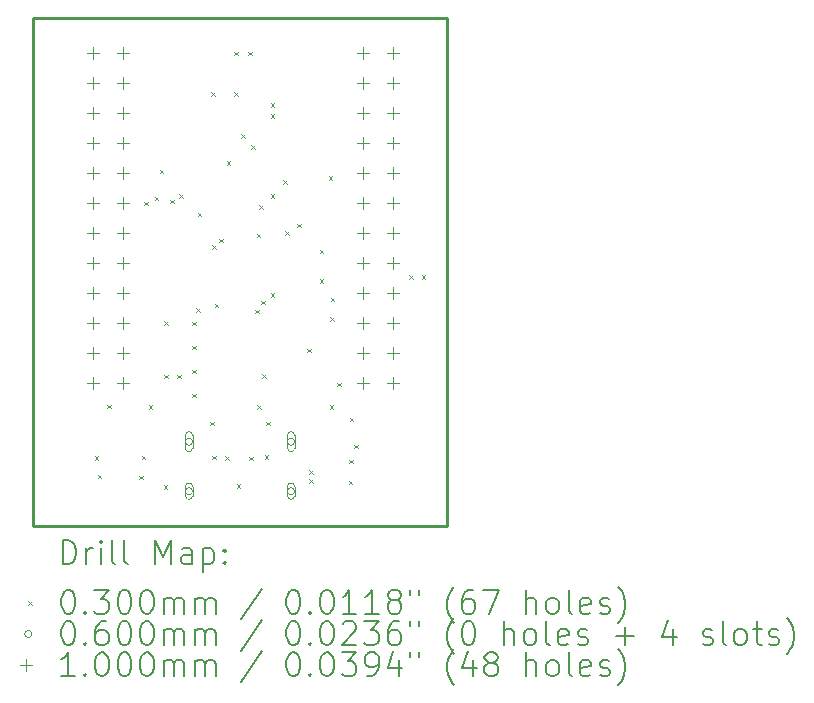
<source format=gbr>
%TF.GenerationSoftware,KiCad,Pcbnew,7.0.9*%
%TF.CreationDate,2023-12-24T12:01:44-08:00*%
%TF.ProjectId,stm43f405,73746d34-3366-4343-9035-2e6b69636164,rev?*%
%TF.SameCoordinates,Original*%
%TF.FileFunction,Drillmap*%
%TF.FilePolarity,Positive*%
%FSLAX45Y45*%
G04 Gerber Fmt 4.5, Leading zero omitted, Abs format (unit mm)*
G04 Created by KiCad (PCBNEW 7.0.9) date 2023-12-24 12:01:44*
%MOMM*%
%LPD*%
G01*
G04 APERTURE LIST*
%ADD10C,0.254000*%
%ADD11C,0.200000*%
%ADD12C,0.100000*%
G04 APERTURE END LIST*
D10*
X8750000Y-2900000D02*
X12250000Y-2900000D01*
X12250000Y-7200000D01*
X8750000Y-7200000D01*
X8750000Y-2900000D01*
D11*
D12*
X9271240Y-6613100D02*
X9301240Y-6643100D01*
X9301240Y-6613100D02*
X9271240Y-6643100D01*
X9296640Y-6769340D02*
X9326640Y-6799340D01*
X9326640Y-6769340D02*
X9296640Y-6799340D01*
X9377920Y-6174980D02*
X9407920Y-6204980D01*
X9407920Y-6174980D02*
X9377920Y-6204980D01*
X9647160Y-6774420D02*
X9677160Y-6804420D01*
X9677160Y-6774420D02*
X9647160Y-6804420D01*
X9667480Y-6608100D02*
X9697480Y-6638100D01*
X9697480Y-6608100D02*
X9667480Y-6638100D01*
X9687800Y-4455400D02*
X9717800Y-4485400D01*
X9717800Y-4455400D02*
X9687800Y-4485400D01*
X9728440Y-6180060D02*
X9758440Y-6210060D01*
X9758440Y-6180060D02*
X9728440Y-6210060D01*
X9776700Y-4414760D02*
X9806700Y-4444760D01*
X9806700Y-4414760D02*
X9776700Y-4444760D01*
X9819296Y-4184204D02*
X9849296Y-4214204D01*
X9849296Y-4184204D02*
X9819296Y-4214204D01*
X9852900Y-6855700D02*
X9882900Y-6885700D01*
X9882900Y-6855700D02*
X9852900Y-6885700D01*
X9860520Y-5466320D02*
X9890520Y-5496320D01*
X9890520Y-5466320D02*
X9860520Y-5496320D01*
X9860520Y-5920980D02*
X9890520Y-5950980D01*
X9890520Y-5920980D02*
X9860520Y-5950980D01*
X9908780Y-4440160D02*
X9938780Y-4470160D01*
X9938780Y-4440160D02*
X9908780Y-4470160D01*
X9967200Y-5920980D02*
X9997200Y-5950980D01*
X9997200Y-5920980D02*
X9967200Y-5950980D01*
X9984980Y-4391900D02*
X10014980Y-4421900D01*
X10014980Y-4391900D02*
X9984980Y-4421900D01*
X10094200Y-5471400D02*
X10124200Y-5501400D01*
X10124200Y-5471400D02*
X10094200Y-5501400D01*
X10094200Y-5674600D02*
X10124200Y-5704600D01*
X10124200Y-5674600D02*
X10094200Y-5704600D01*
X10094200Y-5877800D02*
X10124200Y-5907800D01*
X10124200Y-5877800D02*
X10094200Y-5907800D01*
X10094200Y-6081000D02*
X10124200Y-6111000D01*
X10124200Y-6081000D02*
X10094200Y-6111000D01*
X10129760Y-5359640D02*
X10159760Y-5389640D01*
X10159760Y-5359640D02*
X10129760Y-5389640D01*
X10142460Y-4549380D02*
X10172460Y-4579380D01*
X10172460Y-4549380D02*
X10142460Y-4579380D01*
X10246600Y-6317220D02*
X10276600Y-6347220D01*
X10276600Y-6317220D02*
X10246600Y-6347220D01*
X10256500Y-3531100D02*
X10286500Y-3561100D01*
X10286500Y-3531100D02*
X10256500Y-3561100D01*
X10266920Y-4823700D02*
X10296920Y-4853700D01*
X10296920Y-4823700D02*
X10266920Y-4853700D01*
X10266920Y-6606780D02*
X10296920Y-6636780D01*
X10296920Y-6606780D02*
X10266920Y-6636780D01*
X10284700Y-5319000D02*
X10314700Y-5349000D01*
X10314700Y-5319000D02*
X10284700Y-5349000D01*
X10322800Y-4767820D02*
X10352800Y-4797820D01*
X10352800Y-4767820D02*
X10322800Y-4797820D01*
X10373600Y-6609320D02*
X10403600Y-6639320D01*
X10403600Y-6609320D02*
X10373600Y-6639320D01*
X10386300Y-4112500D02*
X10416300Y-4142500D01*
X10416300Y-4112500D02*
X10386300Y-4142500D01*
X10452340Y-3185400D02*
X10482340Y-3215400D01*
X10482340Y-3185400D02*
X10452340Y-3215400D01*
X10452340Y-3530840D02*
X10482340Y-3560840D01*
X10482340Y-3530840D02*
X10452340Y-3560840D01*
X10472660Y-6848080D02*
X10502660Y-6878080D01*
X10502660Y-6848080D02*
X10472660Y-6878080D01*
X10510760Y-3886440D02*
X10540760Y-3916440D01*
X10540760Y-3886440D02*
X10510760Y-3916440D01*
X10569180Y-3185400D02*
X10599180Y-3215400D01*
X10599180Y-3185400D02*
X10569180Y-3215400D01*
X10576800Y-6614400D02*
X10606800Y-6644400D01*
X10606800Y-6614400D02*
X10576800Y-6644400D01*
X10594580Y-3977880D02*
X10624580Y-4007880D01*
X10624580Y-3977880D02*
X10594580Y-4007880D01*
X10627600Y-5369800D02*
X10657600Y-5399800D01*
X10657600Y-5369800D02*
X10627600Y-5399800D01*
X10642840Y-4727180D02*
X10672840Y-4757180D01*
X10672840Y-4727180D02*
X10642840Y-4757180D01*
X10645380Y-6177520D02*
X10675380Y-6207520D01*
X10675380Y-6177520D02*
X10645380Y-6207520D01*
X10663160Y-4485880D02*
X10693160Y-4515880D01*
X10693160Y-4485880D02*
X10663160Y-4515880D01*
X10678400Y-5293600D02*
X10708400Y-5323600D01*
X10708400Y-5293600D02*
X10678400Y-5323600D01*
X10686020Y-5915900D02*
X10716020Y-5945900D01*
X10716020Y-5915900D02*
X10686020Y-5945900D01*
X10708880Y-6604240D02*
X10738880Y-6634240D01*
X10738880Y-6604240D02*
X10708880Y-6634240D01*
X10724120Y-6317220D02*
X10754120Y-6347220D01*
X10754120Y-6317220D02*
X10724120Y-6347220D01*
X10759680Y-3622280D02*
X10789680Y-3652280D01*
X10789680Y-3622280D02*
X10759680Y-3652280D01*
X10759680Y-3713720D02*
X10789680Y-3743720D01*
X10789680Y-3713720D02*
X10759680Y-3743720D01*
X10759680Y-4391900D02*
X10789680Y-4421900D01*
X10789680Y-4391900D02*
X10759680Y-4421900D01*
X10759680Y-5232640D02*
X10789680Y-5262640D01*
X10789680Y-5232640D02*
X10759680Y-5262640D01*
X10866360Y-4275060D02*
X10896360Y-4305060D01*
X10896360Y-4275060D02*
X10866360Y-4305060D01*
X10881600Y-4704320D02*
X10911600Y-4734320D01*
X10911600Y-4704320D02*
X10881600Y-4734320D01*
X10983200Y-4640820D02*
X11013200Y-4670820D01*
X11013200Y-4640820D02*
X10983200Y-4670820D01*
X11069560Y-5700000D02*
X11099560Y-5730000D01*
X11099560Y-5700000D02*
X11069560Y-5730000D01*
X11087340Y-6728700D02*
X11117340Y-6758700D01*
X11117340Y-6728700D02*
X11087340Y-6758700D01*
X11087340Y-6804900D02*
X11117340Y-6834900D01*
X11117340Y-6804900D02*
X11087340Y-6834900D01*
X11173700Y-4861800D02*
X11203700Y-4891800D01*
X11203700Y-4861800D02*
X11173700Y-4891800D01*
X11176240Y-5110720D02*
X11206240Y-5140720D01*
X11206240Y-5110720D02*
X11176240Y-5140720D01*
X11249900Y-4239500D02*
X11279900Y-4269500D01*
X11279900Y-4239500D02*
X11249900Y-4269500D01*
X11260060Y-6177520D02*
X11290060Y-6207520D01*
X11290060Y-6177520D02*
X11260060Y-6207520D01*
X11262600Y-5435840D02*
X11292600Y-5465840D01*
X11292600Y-5435840D02*
X11262600Y-5465840D01*
X11267680Y-5268200D02*
X11297680Y-5298200D01*
X11297680Y-5268200D02*
X11267680Y-5298200D01*
X11321020Y-5987020D02*
X11351020Y-6017020D01*
X11351020Y-5987020D02*
X11321020Y-6017020D01*
X11420080Y-6817600D02*
X11450080Y-6847600D01*
X11450080Y-6817600D02*
X11420080Y-6847600D01*
X11425160Y-6639800D02*
X11455160Y-6669800D01*
X11455160Y-6639800D02*
X11425160Y-6669800D01*
X11430240Y-6284200D02*
X11460240Y-6314200D01*
X11460240Y-6284200D02*
X11430240Y-6314200D01*
X11468340Y-6512800D02*
X11498340Y-6542800D01*
X11498340Y-6512800D02*
X11468340Y-6542800D01*
X11933160Y-5080240D02*
X11963160Y-5110240D01*
X11963160Y-5080240D02*
X11933160Y-5110240D01*
X12037300Y-5077700D02*
X12067300Y-5107700D01*
X12067300Y-5077700D02*
X12037300Y-5107700D01*
X10098000Y-6487500D02*
G75*
G03*
X10098000Y-6487500I-30000J0D01*
G01*
X10038000Y-6432500D02*
X10038000Y-6542500D01*
X10038000Y-6542500D02*
G75*
G03*
X10098000Y-6542500I30000J0D01*
G01*
X10098000Y-6542500D02*
X10098000Y-6432500D01*
X10098000Y-6432500D02*
G75*
G03*
X10038000Y-6432500I-30000J0D01*
G01*
X10098000Y-6907500D02*
G75*
G03*
X10098000Y-6907500I-30000J0D01*
G01*
X10038000Y-6867500D02*
X10038000Y-6947500D01*
X10038000Y-6947500D02*
G75*
G03*
X10098000Y-6947500I30000J0D01*
G01*
X10098000Y-6947500D02*
X10098000Y-6867500D01*
X10098000Y-6867500D02*
G75*
G03*
X10038000Y-6867500I-30000J0D01*
G01*
X10962000Y-6487500D02*
G75*
G03*
X10962000Y-6487500I-30000J0D01*
G01*
X10902000Y-6432500D02*
X10902000Y-6542500D01*
X10902000Y-6542500D02*
G75*
G03*
X10962000Y-6542500I30000J0D01*
G01*
X10962000Y-6542500D02*
X10962000Y-6432500D01*
X10962000Y-6432500D02*
G75*
G03*
X10902000Y-6432500I-30000J0D01*
G01*
X10962000Y-6907500D02*
G75*
G03*
X10962000Y-6907500I-30000J0D01*
G01*
X10902000Y-6867500D02*
X10902000Y-6947500D01*
X10902000Y-6947500D02*
G75*
G03*
X10962000Y-6947500I30000J0D01*
G01*
X10962000Y-6947500D02*
X10962000Y-6867500D01*
X10962000Y-6867500D02*
G75*
G03*
X10902000Y-6867500I-30000J0D01*
G01*
X9254000Y-3150000D02*
X9254000Y-3250000D01*
X9204000Y-3200000D02*
X9304000Y-3200000D01*
X9254000Y-3404000D02*
X9254000Y-3504000D01*
X9204000Y-3454000D02*
X9304000Y-3454000D01*
X9254000Y-3658000D02*
X9254000Y-3758000D01*
X9204000Y-3708000D02*
X9304000Y-3708000D01*
X9254000Y-3912000D02*
X9254000Y-4012000D01*
X9204000Y-3962000D02*
X9304000Y-3962000D01*
X9254000Y-4166000D02*
X9254000Y-4266000D01*
X9204000Y-4216000D02*
X9304000Y-4216000D01*
X9254000Y-4420000D02*
X9254000Y-4520000D01*
X9204000Y-4470000D02*
X9304000Y-4470000D01*
X9254000Y-4674000D02*
X9254000Y-4774000D01*
X9204000Y-4724000D02*
X9304000Y-4724000D01*
X9254000Y-4928000D02*
X9254000Y-5028000D01*
X9204000Y-4978000D02*
X9304000Y-4978000D01*
X9254000Y-5182000D02*
X9254000Y-5282000D01*
X9204000Y-5232000D02*
X9304000Y-5232000D01*
X9254000Y-5436000D02*
X9254000Y-5536000D01*
X9204000Y-5486000D02*
X9304000Y-5486000D01*
X9254000Y-5690000D02*
X9254000Y-5790000D01*
X9204000Y-5740000D02*
X9304000Y-5740000D01*
X9254000Y-5944000D02*
X9254000Y-6044000D01*
X9204000Y-5994000D02*
X9304000Y-5994000D01*
X9508000Y-3150000D02*
X9508000Y-3250000D01*
X9458000Y-3200000D02*
X9558000Y-3200000D01*
X9508000Y-3404000D02*
X9508000Y-3504000D01*
X9458000Y-3454000D02*
X9558000Y-3454000D01*
X9508000Y-3658000D02*
X9508000Y-3758000D01*
X9458000Y-3708000D02*
X9558000Y-3708000D01*
X9508000Y-3912000D02*
X9508000Y-4012000D01*
X9458000Y-3962000D02*
X9558000Y-3962000D01*
X9508000Y-4166000D02*
X9508000Y-4266000D01*
X9458000Y-4216000D02*
X9558000Y-4216000D01*
X9508000Y-4420000D02*
X9508000Y-4520000D01*
X9458000Y-4470000D02*
X9558000Y-4470000D01*
X9508000Y-4674000D02*
X9508000Y-4774000D01*
X9458000Y-4724000D02*
X9558000Y-4724000D01*
X9508000Y-4928000D02*
X9508000Y-5028000D01*
X9458000Y-4978000D02*
X9558000Y-4978000D01*
X9508000Y-5182000D02*
X9508000Y-5282000D01*
X9458000Y-5232000D02*
X9558000Y-5232000D01*
X9508000Y-5436000D02*
X9508000Y-5536000D01*
X9458000Y-5486000D02*
X9558000Y-5486000D01*
X9508000Y-5690000D02*
X9508000Y-5790000D01*
X9458000Y-5740000D02*
X9558000Y-5740000D01*
X9508000Y-5944000D02*
X9508000Y-6044000D01*
X9458000Y-5994000D02*
X9558000Y-5994000D01*
X11540000Y-3150000D02*
X11540000Y-3250000D01*
X11490000Y-3200000D02*
X11590000Y-3200000D01*
X11540000Y-3404000D02*
X11540000Y-3504000D01*
X11490000Y-3454000D02*
X11590000Y-3454000D01*
X11540000Y-3658000D02*
X11540000Y-3758000D01*
X11490000Y-3708000D02*
X11590000Y-3708000D01*
X11540000Y-3912000D02*
X11540000Y-4012000D01*
X11490000Y-3962000D02*
X11590000Y-3962000D01*
X11540000Y-4166000D02*
X11540000Y-4266000D01*
X11490000Y-4216000D02*
X11590000Y-4216000D01*
X11540000Y-4420000D02*
X11540000Y-4520000D01*
X11490000Y-4470000D02*
X11590000Y-4470000D01*
X11540000Y-4674000D02*
X11540000Y-4774000D01*
X11490000Y-4724000D02*
X11590000Y-4724000D01*
X11540000Y-4928000D02*
X11540000Y-5028000D01*
X11490000Y-4978000D02*
X11590000Y-4978000D01*
X11540000Y-5182000D02*
X11540000Y-5282000D01*
X11490000Y-5232000D02*
X11590000Y-5232000D01*
X11540000Y-5436000D02*
X11540000Y-5536000D01*
X11490000Y-5486000D02*
X11590000Y-5486000D01*
X11540000Y-5690000D02*
X11540000Y-5790000D01*
X11490000Y-5740000D02*
X11590000Y-5740000D01*
X11540000Y-5944000D02*
X11540000Y-6044000D01*
X11490000Y-5994000D02*
X11590000Y-5994000D01*
X11794000Y-3150000D02*
X11794000Y-3250000D01*
X11744000Y-3200000D02*
X11844000Y-3200000D01*
X11794000Y-3404000D02*
X11794000Y-3504000D01*
X11744000Y-3454000D02*
X11844000Y-3454000D01*
X11794000Y-3658000D02*
X11794000Y-3758000D01*
X11744000Y-3708000D02*
X11844000Y-3708000D01*
X11794000Y-3912000D02*
X11794000Y-4012000D01*
X11744000Y-3962000D02*
X11844000Y-3962000D01*
X11794000Y-4166000D02*
X11794000Y-4266000D01*
X11744000Y-4216000D02*
X11844000Y-4216000D01*
X11794000Y-4420000D02*
X11794000Y-4520000D01*
X11744000Y-4470000D02*
X11844000Y-4470000D01*
X11794000Y-4674000D02*
X11794000Y-4774000D01*
X11744000Y-4724000D02*
X11844000Y-4724000D01*
X11794000Y-4928000D02*
X11794000Y-5028000D01*
X11744000Y-4978000D02*
X11844000Y-4978000D01*
X11794000Y-5182000D02*
X11794000Y-5282000D01*
X11744000Y-5232000D02*
X11844000Y-5232000D01*
X11794000Y-5436000D02*
X11794000Y-5536000D01*
X11744000Y-5486000D02*
X11844000Y-5486000D01*
X11794000Y-5690000D02*
X11794000Y-5790000D01*
X11744000Y-5740000D02*
X11844000Y-5740000D01*
X11794000Y-5944000D02*
X11794000Y-6044000D01*
X11744000Y-5994000D02*
X11844000Y-5994000D01*
D11*
X8998077Y-7524184D02*
X8998077Y-7324184D01*
X8998077Y-7324184D02*
X9045696Y-7324184D01*
X9045696Y-7324184D02*
X9074267Y-7333708D01*
X9074267Y-7333708D02*
X9093315Y-7352755D01*
X9093315Y-7352755D02*
X9102839Y-7371803D01*
X9102839Y-7371803D02*
X9112363Y-7409898D01*
X9112363Y-7409898D02*
X9112363Y-7438469D01*
X9112363Y-7438469D02*
X9102839Y-7476565D01*
X9102839Y-7476565D02*
X9093315Y-7495612D01*
X9093315Y-7495612D02*
X9074267Y-7514660D01*
X9074267Y-7514660D02*
X9045696Y-7524184D01*
X9045696Y-7524184D02*
X8998077Y-7524184D01*
X9198077Y-7524184D02*
X9198077Y-7390850D01*
X9198077Y-7428946D02*
X9207601Y-7409898D01*
X9207601Y-7409898D02*
X9217124Y-7400374D01*
X9217124Y-7400374D02*
X9236172Y-7390850D01*
X9236172Y-7390850D02*
X9255220Y-7390850D01*
X9321886Y-7524184D02*
X9321886Y-7390850D01*
X9321886Y-7324184D02*
X9312363Y-7333708D01*
X9312363Y-7333708D02*
X9321886Y-7343231D01*
X9321886Y-7343231D02*
X9331410Y-7333708D01*
X9331410Y-7333708D02*
X9321886Y-7324184D01*
X9321886Y-7324184D02*
X9321886Y-7343231D01*
X9445696Y-7524184D02*
X9426648Y-7514660D01*
X9426648Y-7514660D02*
X9417124Y-7495612D01*
X9417124Y-7495612D02*
X9417124Y-7324184D01*
X9550458Y-7524184D02*
X9531410Y-7514660D01*
X9531410Y-7514660D02*
X9521886Y-7495612D01*
X9521886Y-7495612D02*
X9521886Y-7324184D01*
X9779029Y-7524184D02*
X9779029Y-7324184D01*
X9779029Y-7324184D02*
X9845696Y-7467041D01*
X9845696Y-7467041D02*
X9912363Y-7324184D01*
X9912363Y-7324184D02*
X9912363Y-7524184D01*
X10093315Y-7524184D02*
X10093315Y-7419422D01*
X10093315Y-7419422D02*
X10083791Y-7400374D01*
X10083791Y-7400374D02*
X10064744Y-7390850D01*
X10064744Y-7390850D02*
X10026648Y-7390850D01*
X10026648Y-7390850D02*
X10007601Y-7400374D01*
X10093315Y-7514660D02*
X10074267Y-7524184D01*
X10074267Y-7524184D02*
X10026648Y-7524184D01*
X10026648Y-7524184D02*
X10007601Y-7514660D01*
X10007601Y-7514660D02*
X9998077Y-7495612D01*
X9998077Y-7495612D02*
X9998077Y-7476565D01*
X9998077Y-7476565D02*
X10007601Y-7457517D01*
X10007601Y-7457517D02*
X10026648Y-7447993D01*
X10026648Y-7447993D02*
X10074267Y-7447993D01*
X10074267Y-7447993D02*
X10093315Y-7438469D01*
X10188553Y-7390850D02*
X10188553Y-7590850D01*
X10188553Y-7400374D02*
X10207601Y-7390850D01*
X10207601Y-7390850D02*
X10245696Y-7390850D01*
X10245696Y-7390850D02*
X10264744Y-7400374D01*
X10264744Y-7400374D02*
X10274267Y-7409898D01*
X10274267Y-7409898D02*
X10283791Y-7428946D01*
X10283791Y-7428946D02*
X10283791Y-7486088D01*
X10283791Y-7486088D02*
X10274267Y-7505136D01*
X10274267Y-7505136D02*
X10264744Y-7514660D01*
X10264744Y-7514660D02*
X10245696Y-7524184D01*
X10245696Y-7524184D02*
X10207601Y-7524184D01*
X10207601Y-7524184D02*
X10188553Y-7514660D01*
X10369505Y-7505136D02*
X10379029Y-7514660D01*
X10379029Y-7514660D02*
X10369505Y-7524184D01*
X10369505Y-7524184D02*
X10359982Y-7514660D01*
X10359982Y-7514660D02*
X10369505Y-7505136D01*
X10369505Y-7505136D02*
X10369505Y-7524184D01*
X10369505Y-7400374D02*
X10379029Y-7409898D01*
X10379029Y-7409898D02*
X10369505Y-7419422D01*
X10369505Y-7419422D02*
X10359982Y-7409898D01*
X10359982Y-7409898D02*
X10369505Y-7400374D01*
X10369505Y-7400374D02*
X10369505Y-7419422D01*
D12*
X8707300Y-7837700D02*
X8737300Y-7867700D01*
X8737300Y-7837700D02*
X8707300Y-7867700D01*
D11*
X9036172Y-7744184D02*
X9055220Y-7744184D01*
X9055220Y-7744184D02*
X9074267Y-7753708D01*
X9074267Y-7753708D02*
X9083791Y-7763231D01*
X9083791Y-7763231D02*
X9093315Y-7782279D01*
X9093315Y-7782279D02*
X9102839Y-7820374D01*
X9102839Y-7820374D02*
X9102839Y-7867993D01*
X9102839Y-7867993D02*
X9093315Y-7906088D01*
X9093315Y-7906088D02*
X9083791Y-7925136D01*
X9083791Y-7925136D02*
X9074267Y-7934660D01*
X9074267Y-7934660D02*
X9055220Y-7944184D01*
X9055220Y-7944184D02*
X9036172Y-7944184D01*
X9036172Y-7944184D02*
X9017124Y-7934660D01*
X9017124Y-7934660D02*
X9007601Y-7925136D01*
X9007601Y-7925136D02*
X8998077Y-7906088D01*
X8998077Y-7906088D02*
X8988553Y-7867993D01*
X8988553Y-7867993D02*
X8988553Y-7820374D01*
X8988553Y-7820374D02*
X8998077Y-7782279D01*
X8998077Y-7782279D02*
X9007601Y-7763231D01*
X9007601Y-7763231D02*
X9017124Y-7753708D01*
X9017124Y-7753708D02*
X9036172Y-7744184D01*
X9188553Y-7925136D02*
X9198077Y-7934660D01*
X9198077Y-7934660D02*
X9188553Y-7944184D01*
X9188553Y-7944184D02*
X9179029Y-7934660D01*
X9179029Y-7934660D02*
X9188553Y-7925136D01*
X9188553Y-7925136D02*
X9188553Y-7944184D01*
X9264744Y-7744184D02*
X9388553Y-7744184D01*
X9388553Y-7744184D02*
X9321886Y-7820374D01*
X9321886Y-7820374D02*
X9350458Y-7820374D01*
X9350458Y-7820374D02*
X9369505Y-7829898D01*
X9369505Y-7829898D02*
X9379029Y-7839422D01*
X9379029Y-7839422D02*
X9388553Y-7858469D01*
X9388553Y-7858469D02*
X9388553Y-7906088D01*
X9388553Y-7906088D02*
X9379029Y-7925136D01*
X9379029Y-7925136D02*
X9369505Y-7934660D01*
X9369505Y-7934660D02*
X9350458Y-7944184D01*
X9350458Y-7944184D02*
X9293315Y-7944184D01*
X9293315Y-7944184D02*
X9274267Y-7934660D01*
X9274267Y-7934660D02*
X9264744Y-7925136D01*
X9512363Y-7744184D02*
X9531410Y-7744184D01*
X9531410Y-7744184D02*
X9550458Y-7753708D01*
X9550458Y-7753708D02*
X9559982Y-7763231D01*
X9559982Y-7763231D02*
X9569505Y-7782279D01*
X9569505Y-7782279D02*
X9579029Y-7820374D01*
X9579029Y-7820374D02*
X9579029Y-7867993D01*
X9579029Y-7867993D02*
X9569505Y-7906088D01*
X9569505Y-7906088D02*
X9559982Y-7925136D01*
X9559982Y-7925136D02*
X9550458Y-7934660D01*
X9550458Y-7934660D02*
X9531410Y-7944184D01*
X9531410Y-7944184D02*
X9512363Y-7944184D01*
X9512363Y-7944184D02*
X9493315Y-7934660D01*
X9493315Y-7934660D02*
X9483791Y-7925136D01*
X9483791Y-7925136D02*
X9474267Y-7906088D01*
X9474267Y-7906088D02*
X9464744Y-7867993D01*
X9464744Y-7867993D02*
X9464744Y-7820374D01*
X9464744Y-7820374D02*
X9474267Y-7782279D01*
X9474267Y-7782279D02*
X9483791Y-7763231D01*
X9483791Y-7763231D02*
X9493315Y-7753708D01*
X9493315Y-7753708D02*
X9512363Y-7744184D01*
X9702839Y-7744184D02*
X9721886Y-7744184D01*
X9721886Y-7744184D02*
X9740934Y-7753708D01*
X9740934Y-7753708D02*
X9750458Y-7763231D01*
X9750458Y-7763231D02*
X9759982Y-7782279D01*
X9759982Y-7782279D02*
X9769505Y-7820374D01*
X9769505Y-7820374D02*
X9769505Y-7867993D01*
X9769505Y-7867993D02*
X9759982Y-7906088D01*
X9759982Y-7906088D02*
X9750458Y-7925136D01*
X9750458Y-7925136D02*
X9740934Y-7934660D01*
X9740934Y-7934660D02*
X9721886Y-7944184D01*
X9721886Y-7944184D02*
X9702839Y-7944184D01*
X9702839Y-7944184D02*
X9683791Y-7934660D01*
X9683791Y-7934660D02*
X9674267Y-7925136D01*
X9674267Y-7925136D02*
X9664744Y-7906088D01*
X9664744Y-7906088D02*
X9655220Y-7867993D01*
X9655220Y-7867993D02*
X9655220Y-7820374D01*
X9655220Y-7820374D02*
X9664744Y-7782279D01*
X9664744Y-7782279D02*
X9674267Y-7763231D01*
X9674267Y-7763231D02*
X9683791Y-7753708D01*
X9683791Y-7753708D02*
X9702839Y-7744184D01*
X9855220Y-7944184D02*
X9855220Y-7810850D01*
X9855220Y-7829898D02*
X9864744Y-7820374D01*
X9864744Y-7820374D02*
X9883791Y-7810850D01*
X9883791Y-7810850D02*
X9912363Y-7810850D01*
X9912363Y-7810850D02*
X9931410Y-7820374D01*
X9931410Y-7820374D02*
X9940934Y-7839422D01*
X9940934Y-7839422D02*
X9940934Y-7944184D01*
X9940934Y-7839422D02*
X9950458Y-7820374D01*
X9950458Y-7820374D02*
X9969505Y-7810850D01*
X9969505Y-7810850D02*
X9998077Y-7810850D01*
X9998077Y-7810850D02*
X10017125Y-7820374D01*
X10017125Y-7820374D02*
X10026648Y-7839422D01*
X10026648Y-7839422D02*
X10026648Y-7944184D01*
X10121886Y-7944184D02*
X10121886Y-7810850D01*
X10121886Y-7829898D02*
X10131410Y-7820374D01*
X10131410Y-7820374D02*
X10150458Y-7810850D01*
X10150458Y-7810850D02*
X10179029Y-7810850D01*
X10179029Y-7810850D02*
X10198077Y-7820374D01*
X10198077Y-7820374D02*
X10207601Y-7839422D01*
X10207601Y-7839422D02*
X10207601Y-7944184D01*
X10207601Y-7839422D02*
X10217125Y-7820374D01*
X10217125Y-7820374D02*
X10236172Y-7810850D01*
X10236172Y-7810850D02*
X10264744Y-7810850D01*
X10264744Y-7810850D02*
X10283791Y-7820374D01*
X10283791Y-7820374D02*
X10293315Y-7839422D01*
X10293315Y-7839422D02*
X10293315Y-7944184D01*
X10683791Y-7734660D02*
X10512363Y-7991803D01*
X10940934Y-7744184D02*
X10959982Y-7744184D01*
X10959982Y-7744184D02*
X10979029Y-7753708D01*
X10979029Y-7753708D02*
X10988553Y-7763231D01*
X10988553Y-7763231D02*
X10998077Y-7782279D01*
X10998077Y-7782279D02*
X11007601Y-7820374D01*
X11007601Y-7820374D02*
X11007601Y-7867993D01*
X11007601Y-7867993D02*
X10998077Y-7906088D01*
X10998077Y-7906088D02*
X10988553Y-7925136D01*
X10988553Y-7925136D02*
X10979029Y-7934660D01*
X10979029Y-7934660D02*
X10959982Y-7944184D01*
X10959982Y-7944184D02*
X10940934Y-7944184D01*
X10940934Y-7944184D02*
X10921887Y-7934660D01*
X10921887Y-7934660D02*
X10912363Y-7925136D01*
X10912363Y-7925136D02*
X10902839Y-7906088D01*
X10902839Y-7906088D02*
X10893315Y-7867993D01*
X10893315Y-7867993D02*
X10893315Y-7820374D01*
X10893315Y-7820374D02*
X10902839Y-7782279D01*
X10902839Y-7782279D02*
X10912363Y-7763231D01*
X10912363Y-7763231D02*
X10921887Y-7753708D01*
X10921887Y-7753708D02*
X10940934Y-7744184D01*
X11093315Y-7925136D02*
X11102839Y-7934660D01*
X11102839Y-7934660D02*
X11093315Y-7944184D01*
X11093315Y-7944184D02*
X11083791Y-7934660D01*
X11083791Y-7934660D02*
X11093315Y-7925136D01*
X11093315Y-7925136D02*
X11093315Y-7944184D01*
X11226648Y-7744184D02*
X11245696Y-7744184D01*
X11245696Y-7744184D02*
X11264744Y-7753708D01*
X11264744Y-7753708D02*
X11274267Y-7763231D01*
X11274267Y-7763231D02*
X11283791Y-7782279D01*
X11283791Y-7782279D02*
X11293315Y-7820374D01*
X11293315Y-7820374D02*
X11293315Y-7867993D01*
X11293315Y-7867993D02*
X11283791Y-7906088D01*
X11283791Y-7906088D02*
X11274267Y-7925136D01*
X11274267Y-7925136D02*
X11264744Y-7934660D01*
X11264744Y-7934660D02*
X11245696Y-7944184D01*
X11245696Y-7944184D02*
X11226648Y-7944184D01*
X11226648Y-7944184D02*
X11207601Y-7934660D01*
X11207601Y-7934660D02*
X11198077Y-7925136D01*
X11198077Y-7925136D02*
X11188553Y-7906088D01*
X11188553Y-7906088D02*
X11179029Y-7867993D01*
X11179029Y-7867993D02*
X11179029Y-7820374D01*
X11179029Y-7820374D02*
X11188553Y-7782279D01*
X11188553Y-7782279D02*
X11198077Y-7763231D01*
X11198077Y-7763231D02*
X11207601Y-7753708D01*
X11207601Y-7753708D02*
X11226648Y-7744184D01*
X11483791Y-7944184D02*
X11369506Y-7944184D01*
X11426648Y-7944184D02*
X11426648Y-7744184D01*
X11426648Y-7744184D02*
X11407601Y-7772755D01*
X11407601Y-7772755D02*
X11388553Y-7791803D01*
X11388553Y-7791803D02*
X11369506Y-7801327D01*
X11674267Y-7944184D02*
X11559982Y-7944184D01*
X11617125Y-7944184D02*
X11617125Y-7744184D01*
X11617125Y-7744184D02*
X11598077Y-7772755D01*
X11598077Y-7772755D02*
X11579029Y-7791803D01*
X11579029Y-7791803D02*
X11559982Y-7801327D01*
X11788553Y-7829898D02*
X11769506Y-7820374D01*
X11769506Y-7820374D02*
X11759982Y-7810850D01*
X11759982Y-7810850D02*
X11750458Y-7791803D01*
X11750458Y-7791803D02*
X11750458Y-7782279D01*
X11750458Y-7782279D02*
X11759982Y-7763231D01*
X11759982Y-7763231D02*
X11769506Y-7753708D01*
X11769506Y-7753708D02*
X11788553Y-7744184D01*
X11788553Y-7744184D02*
X11826648Y-7744184D01*
X11826648Y-7744184D02*
X11845696Y-7753708D01*
X11845696Y-7753708D02*
X11855220Y-7763231D01*
X11855220Y-7763231D02*
X11864744Y-7782279D01*
X11864744Y-7782279D02*
X11864744Y-7791803D01*
X11864744Y-7791803D02*
X11855220Y-7810850D01*
X11855220Y-7810850D02*
X11845696Y-7820374D01*
X11845696Y-7820374D02*
X11826648Y-7829898D01*
X11826648Y-7829898D02*
X11788553Y-7829898D01*
X11788553Y-7829898D02*
X11769506Y-7839422D01*
X11769506Y-7839422D02*
X11759982Y-7848946D01*
X11759982Y-7848946D02*
X11750458Y-7867993D01*
X11750458Y-7867993D02*
X11750458Y-7906088D01*
X11750458Y-7906088D02*
X11759982Y-7925136D01*
X11759982Y-7925136D02*
X11769506Y-7934660D01*
X11769506Y-7934660D02*
X11788553Y-7944184D01*
X11788553Y-7944184D02*
X11826648Y-7944184D01*
X11826648Y-7944184D02*
X11845696Y-7934660D01*
X11845696Y-7934660D02*
X11855220Y-7925136D01*
X11855220Y-7925136D02*
X11864744Y-7906088D01*
X11864744Y-7906088D02*
X11864744Y-7867993D01*
X11864744Y-7867993D02*
X11855220Y-7848946D01*
X11855220Y-7848946D02*
X11845696Y-7839422D01*
X11845696Y-7839422D02*
X11826648Y-7829898D01*
X11940934Y-7744184D02*
X11940934Y-7782279D01*
X12017125Y-7744184D02*
X12017125Y-7782279D01*
X12312363Y-8020374D02*
X12302839Y-8010850D01*
X12302839Y-8010850D02*
X12283791Y-7982279D01*
X12283791Y-7982279D02*
X12274268Y-7963231D01*
X12274268Y-7963231D02*
X12264744Y-7934660D01*
X12264744Y-7934660D02*
X12255220Y-7887041D01*
X12255220Y-7887041D02*
X12255220Y-7848946D01*
X12255220Y-7848946D02*
X12264744Y-7801327D01*
X12264744Y-7801327D02*
X12274268Y-7772755D01*
X12274268Y-7772755D02*
X12283791Y-7753708D01*
X12283791Y-7753708D02*
X12302839Y-7725136D01*
X12302839Y-7725136D02*
X12312363Y-7715612D01*
X12474268Y-7744184D02*
X12436172Y-7744184D01*
X12436172Y-7744184D02*
X12417125Y-7753708D01*
X12417125Y-7753708D02*
X12407601Y-7763231D01*
X12407601Y-7763231D02*
X12388553Y-7791803D01*
X12388553Y-7791803D02*
X12379029Y-7829898D01*
X12379029Y-7829898D02*
X12379029Y-7906088D01*
X12379029Y-7906088D02*
X12388553Y-7925136D01*
X12388553Y-7925136D02*
X12398077Y-7934660D01*
X12398077Y-7934660D02*
X12417125Y-7944184D01*
X12417125Y-7944184D02*
X12455220Y-7944184D01*
X12455220Y-7944184D02*
X12474268Y-7934660D01*
X12474268Y-7934660D02*
X12483791Y-7925136D01*
X12483791Y-7925136D02*
X12493315Y-7906088D01*
X12493315Y-7906088D02*
X12493315Y-7858469D01*
X12493315Y-7858469D02*
X12483791Y-7839422D01*
X12483791Y-7839422D02*
X12474268Y-7829898D01*
X12474268Y-7829898D02*
X12455220Y-7820374D01*
X12455220Y-7820374D02*
X12417125Y-7820374D01*
X12417125Y-7820374D02*
X12398077Y-7829898D01*
X12398077Y-7829898D02*
X12388553Y-7839422D01*
X12388553Y-7839422D02*
X12379029Y-7858469D01*
X12559982Y-7744184D02*
X12693315Y-7744184D01*
X12693315Y-7744184D02*
X12607601Y-7944184D01*
X12921887Y-7944184D02*
X12921887Y-7744184D01*
X13007601Y-7944184D02*
X13007601Y-7839422D01*
X13007601Y-7839422D02*
X12998077Y-7820374D01*
X12998077Y-7820374D02*
X12979030Y-7810850D01*
X12979030Y-7810850D02*
X12950458Y-7810850D01*
X12950458Y-7810850D02*
X12931410Y-7820374D01*
X12931410Y-7820374D02*
X12921887Y-7829898D01*
X13131410Y-7944184D02*
X13112363Y-7934660D01*
X13112363Y-7934660D02*
X13102839Y-7925136D01*
X13102839Y-7925136D02*
X13093315Y-7906088D01*
X13093315Y-7906088D02*
X13093315Y-7848946D01*
X13093315Y-7848946D02*
X13102839Y-7829898D01*
X13102839Y-7829898D02*
X13112363Y-7820374D01*
X13112363Y-7820374D02*
X13131410Y-7810850D01*
X13131410Y-7810850D02*
X13159982Y-7810850D01*
X13159982Y-7810850D02*
X13179030Y-7820374D01*
X13179030Y-7820374D02*
X13188553Y-7829898D01*
X13188553Y-7829898D02*
X13198077Y-7848946D01*
X13198077Y-7848946D02*
X13198077Y-7906088D01*
X13198077Y-7906088D02*
X13188553Y-7925136D01*
X13188553Y-7925136D02*
X13179030Y-7934660D01*
X13179030Y-7934660D02*
X13159982Y-7944184D01*
X13159982Y-7944184D02*
X13131410Y-7944184D01*
X13312363Y-7944184D02*
X13293315Y-7934660D01*
X13293315Y-7934660D02*
X13283791Y-7915612D01*
X13283791Y-7915612D02*
X13283791Y-7744184D01*
X13464744Y-7934660D02*
X13445696Y-7944184D01*
X13445696Y-7944184D02*
X13407601Y-7944184D01*
X13407601Y-7944184D02*
X13388553Y-7934660D01*
X13388553Y-7934660D02*
X13379030Y-7915612D01*
X13379030Y-7915612D02*
X13379030Y-7839422D01*
X13379030Y-7839422D02*
X13388553Y-7820374D01*
X13388553Y-7820374D02*
X13407601Y-7810850D01*
X13407601Y-7810850D02*
X13445696Y-7810850D01*
X13445696Y-7810850D02*
X13464744Y-7820374D01*
X13464744Y-7820374D02*
X13474268Y-7839422D01*
X13474268Y-7839422D02*
X13474268Y-7858469D01*
X13474268Y-7858469D02*
X13379030Y-7877517D01*
X13550458Y-7934660D02*
X13569506Y-7944184D01*
X13569506Y-7944184D02*
X13607601Y-7944184D01*
X13607601Y-7944184D02*
X13626649Y-7934660D01*
X13626649Y-7934660D02*
X13636172Y-7915612D01*
X13636172Y-7915612D02*
X13636172Y-7906088D01*
X13636172Y-7906088D02*
X13626649Y-7887041D01*
X13626649Y-7887041D02*
X13607601Y-7877517D01*
X13607601Y-7877517D02*
X13579030Y-7877517D01*
X13579030Y-7877517D02*
X13559982Y-7867993D01*
X13559982Y-7867993D02*
X13550458Y-7848946D01*
X13550458Y-7848946D02*
X13550458Y-7839422D01*
X13550458Y-7839422D02*
X13559982Y-7820374D01*
X13559982Y-7820374D02*
X13579030Y-7810850D01*
X13579030Y-7810850D02*
X13607601Y-7810850D01*
X13607601Y-7810850D02*
X13626649Y-7820374D01*
X13702839Y-8020374D02*
X13712363Y-8010850D01*
X13712363Y-8010850D02*
X13731411Y-7982279D01*
X13731411Y-7982279D02*
X13740934Y-7963231D01*
X13740934Y-7963231D02*
X13750458Y-7934660D01*
X13750458Y-7934660D02*
X13759982Y-7887041D01*
X13759982Y-7887041D02*
X13759982Y-7848946D01*
X13759982Y-7848946D02*
X13750458Y-7801327D01*
X13750458Y-7801327D02*
X13740934Y-7772755D01*
X13740934Y-7772755D02*
X13731411Y-7753708D01*
X13731411Y-7753708D02*
X13712363Y-7725136D01*
X13712363Y-7725136D02*
X13702839Y-7715612D01*
D12*
X8737300Y-8116700D02*
G75*
G03*
X8737300Y-8116700I-30000J0D01*
G01*
D11*
X9036172Y-8008184D02*
X9055220Y-8008184D01*
X9055220Y-8008184D02*
X9074267Y-8017708D01*
X9074267Y-8017708D02*
X9083791Y-8027231D01*
X9083791Y-8027231D02*
X9093315Y-8046279D01*
X9093315Y-8046279D02*
X9102839Y-8084374D01*
X9102839Y-8084374D02*
X9102839Y-8131993D01*
X9102839Y-8131993D02*
X9093315Y-8170088D01*
X9093315Y-8170088D02*
X9083791Y-8189136D01*
X9083791Y-8189136D02*
X9074267Y-8198660D01*
X9074267Y-8198660D02*
X9055220Y-8208184D01*
X9055220Y-8208184D02*
X9036172Y-8208184D01*
X9036172Y-8208184D02*
X9017124Y-8198660D01*
X9017124Y-8198660D02*
X9007601Y-8189136D01*
X9007601Y-8189136D02*
X8998077Y-8170088D01*
X8998077Y-8170088D02*
X8988553Y-8131993D01*
X8988553Y-8131993D02*
X8988553Y-8084374D01*
X8988553Y-8084374D02*
X8998077Y-8046279D01*
X8998077Y-8046279D02*
X9007601Y-8027231D01*
X9007601Y-8027231D02*
X9017124Y-8017708D01*
X9017124Y-8017708D02*
X9036172Y-8008184D01*
X9188553Y-8189136D02*
X9198077Y-8198660D01*
X9198077Y-8198660D02*
X9188553Y-8208184D01*
X9188553Y-8208184D02*
X9179029Y-8198660D01*
X9179029Y-8198660D02*
X9188553Y-8189136D01*
X9188553Y-8189136D02*
X9188553Y-8208184D01*
X9369505Y-8008184D02*
X9331410Y-8008184D01*
X9331410Y-8008184D02*
X9312363Y-8017708D01*
X9312363Y-8017708D02*
X9302839Y-8027231D01*
X9302839Y-8027231D02*
X9283791Y-8055803D01*
X9283791Y-8055803D02*
X9274267Y-8093898D01*
X9274267Y-8093898D02*
X9274267Y-8170088D01*
X9274267Y-8170088D02*
X9283791Y-8189136D01*
X9283791Y-8189136D02*
X9293315Y-8198660D01*
X9293315Y-8198660D02*
X9312363Y-8208184D01*
X9312363Y-8208184D02*
X9350458Y-8208184D01*
X9350458Y-8208184D02*
X9369505Y-8198660D01*
X9369505Y-8198660D02*
X9379029Y-8189136D01*
X9379029Y-8189136D02*
X9388553Y-8170088D01*
X9388553Y-8170088D02*
X9388553Y-8122469D01*
X9388553Y-8122469D02*
X9379029Y-8103422D01*
X9379029Y-8103422D02*
X9369505Y-8093898D01*
X9369505Y-8093898D02*
X9350458Y-8084374D01*
X9350458Y-8084374D02*
X9312363Y-8084374D01*
X9312363Y-8084374D02*
X9293315Y-8093898D01*
X9293315Y-8093898D02*
X9283791Y-8103422D01*
X9283791Y-8103422D02*
X9274267Y-8122469D01*
X9512363Y-8008184D02*
X9531410Y-8008184D01*
X9531410Y-8008184D02*
X9550458Y-8017708D01*
X9550458Y-8017708D02*
X9559982Y-8027231D01*
X9559982Y-8027231D02*
X9569505Y-8046279D01*
X9569505Y-8046279D02*
X9579029Y-8084374D01*
X9579029Y-8084374D02*
X9579029Y-8131993D01*
X9579029Y-8131993D02*
X9569505Y-8170088D01*
X9569505Y-8170088D02*
X9559982Y-8189136D01*
X9559982Y-8189136D02*
X9550458Y-8198660D01*
X9550458Y-8198660D02*
X9531410Y-8208184D01*
X9531410Y-8208184D02*
X9512363Y-8208184D01*
X9512363Y-8208184D02*
X9493315Y-8198660D01*
X9493315Y-8198660D02*
X9483791Y-8189136D01*
X9483791Y-8189136D02*
X9474267Y-8170088D01*
X9474267Y-8170088D02*
X9464744Y-8131993D01*
X9464744Y-8131993D02*
X9464744Y-8084374D01*
X9464744Y-8084374D02*
X9474267Y-8046279D01*
X9474267Y-8046279D02*
X9483791Y-8027231D01*
X9483791Y-8027231D02*
X9493315Y-8017708D01*
X9493315Y-8017708D02*
X9512363Y-8008184D01*
X9702839Y-8008184D02*
X9721886Y-8008184D01*
X9721886Y-8008184D02*
X9740934Y-8017708D01*
X9740934Y-8017708D02*
X9750458Y-8027231D01*
X9750458Y-8027231D02*
X9759982Y-8046279D01*
X9759982Y-8046279D02*
X9769505Y-8084374D01*
X9769505Y-8084374D02*
X9769505Y-8131993D01*
X9769505Y-8131993D02*
X9759982Y-8170088D01*
X9759982Y-8170088D02*
X9750458Y-8189136D01*
X9750458Y-8189136D02*
X9740934Y-8198660D01*
X9740934Y-8198660D02*
X9721886Y-8208184D01*
X9721886Y-8208184D02*
X9702839Y-8208184D01*
X9702839Y-8208184D02*
X9683791Y-8198660D01*
X9683791Y-8198660D02*
X9674267Y-8189136D01*
X9674267Y-8189136D02*
X9664744Y-8170088D01*
X9664744Y-8170088D02*
X9655220Y-8131993D01*
X9655220Y-8131993D02*
X9655220Y-8084374D01*
X9655220Y-8084374D02*
X9664744Y-8046279D01*
X9664744Y-8046279D02*
X9674267Y-8027231D01*
X9674267Y-8027231D02*
X9683791Y-8017708D01*
X9683791Y-8017708D02*
X9702839Y-8008184D01*
X9855220Y-8208184D02*
X9855220Y-8074850D01*
X9855220Y-8093898D02*
X9864744Y-8084374D01*
X9864744Y-8084374D02*
X9883791Y-8074850D01*
X9883791Y-8074850D02*
X9912363Y-8074850D01*
X9912363Y-8074850D02*
X9931410Y-8084374D01*
X9931410Y-8084374D02*
X9940934Y-8103422D01*
X9940934Y-8103422D02*
X9940934Y-8208184D01*
X9940934Y-8103422D02*
X9950458Y-8084374D01*
X9950458Y-8084374D02*
X9969505Y-8074850D01*
X9969505Y-8074850D02*
X9998077Y-8074850D01*
X9998077Y-8074850D02*
X10017125Y-8084374D01*
X10017125Y-8084374D02*
X10026648Y-8103422D01*
X10026648Y-8103422D02*
X10026648Y-8208184D01*
X10121886Y-8208184D02*
X10121886Y-8074850D01*
X10121886Y-8093898D02*
X10131410Y-8084374D01*
X10131410Y-8084374D02*
X10150458Y-8074850D01*
X10150458Y-8074850D02*
X10179029Y-8074850D01*
X10179029Y-8074850D02*
X10198077Y-8084374D01*
X10198077Y-8084374D02*
X10207601Y-8103422D01*
X10207601Y-8103422D02*
X10207601Y-8208184D01*
X10207601Y-8103422D02*
X10217125Y-8084374D01*
X10217125Y-8084374D02*
X10236172Y-8074850D01*
X10236172Y-8074850D02*
X10264744Y-8074850D01*
X10264744Y-8074850D02*
X10283791Y-8084374D01*
X10283791Y-8084374D02*
X10293315Y-8103422D01*
X10293315Y-8103422D02*
X10293315Y-8208184D01*
X10683791Y-7998660D02*
X10512363Y-8255803D01*
X10940934Y-8008184D02*
X10959982Y-8008184D01*
X10959982Y-8008184D02*
X10979029Y-8017708D01*
X10979029Y-8017708D02*
X10988553Y-8027231D01*
X10988553Y-8027231D02*
X10998077Y-8046279D01*
X10998077Y-8046279D02*
X11007601Y-8084374D01*
X11007601Y-8084374D02*
X11007601Y-8131993D01*
X11007601Y-8131993D02*
X10998077Y-8170088D01*
X10998077Y-8170088D02*
X10988553Y-8189136D01*
X10988553Y-8189136D02*
X10979029Y-8198660D01*
X10979029Y-8198660D02*
X10959982Y-8208184D01*
X10959982Y-8208184D02*
X10940934Y-8208184D01*
X10940934Y-8208184D02*
X10921887Y-8198660D01*
X10921887Y-8198660D02*
X10912363Y-8189136D01*
X10912363Y-8189136D02*
X10902839Y-8170088D01*
X10902839Y-8170088D02*
X10893315Y-8131993D01*
X10893315Y-8131993D02*
X10893315Y-8084374D01*
X10893315Y-8084374D02*
X10902839Y-8046279D01*
X10902839Y-8046279D02*
X10912363Y-8027231D01*
X10912363Y-8027231D02*
X10921887Y-8017708D01*
X10921887Y-8017708D02*
X10940934Y-8008184D01*
X11093315Y-8189136D02*
X11102839Y-8198660D01*
X11102839Y-8198660D02*
X11093315Y-8208184D01*
X11093315Y-8208184D02*
X11083791Y-8198660D01*
X11083791Y-8198660D02*
X11093315Y-8189136D01*
X11093315Y-8189136D02*
X11093315Y-8208184D01*
X11226648Y-8008184D02*
X11245696Y-8008184D01*
X11245696Y-8008184D02*
X11264744Y-8017708D01*
X11264744Y-8017708D02*
X11274267Y-8027231D01*
X11274267Y-8027231D02*
X11283791Y-8046279D01*
X11283791Y-8046279D02*
X11293315Y-8084374D01*
X11293315Y-8084374D02*
X11293315Y-8131993D01*
X11293315Y-8131993D02*
X11283791Y-8170088D01*
X11283791Y-8170088D02*
X11274267Y-8189136D01*
X11274267Y-8189136D02*
X11264744Y-8198660D01*
X11264744Y-8198660D02*
X11245696Y-8208184D01*
X11245696Y-8208184D02*
X11226648Y-8208184D01*
X11226648Y-8208184D02*
X11207601Y-8198660D01*
X11207601Y-8198660D02*
X11198077Y-8189136D01*
X11198077Y-8189136D02*
X11188553Y-8170088D01*
X11188553Y-8170088D02*
X11179029Y-8131993D01*
X11179029Y-8131993D02*
X11179029Y-8084374D01*
X11179029Y-8084374D02*
X11188553Y-8046279D01*
X11188553Y-8046279D02*
X11198077Y-8027231D01*
X11198077Y-8027231D02*
X11207601Y-8017708D01*
X11207601Y-8017708D02*
X11226648Y-8008184D01*
X11369506Y-8027231D02*
X11379029Y-8017708D01*
X11379029Y-8017708D02*
X11398077Y-8008184D01*
X11398077Y-8008184D02*
X11445696Y-8008184D01*
X11445696Y-8008184D02*
X11464744Y-8017708D01*
X11464744Y-8017708D02*
X11474267Y-8027231D01*
X11474267Y-8027231D02*
X11483791Y-8046279D01*
X11483791Y-8046279D02*
X11483791Y-8065327D01*
X11483791Y-8065327D02*
X11474267Y-8093898D01*
X11474267Y-8093898D02*
X11359982Y-8208184D01*
X11359982Y-8208184D02*
X11483791Y-8208184D01*
X11550458Y-8008184D02*
X11674267Y-8008184D01*
X11674267Y-8008184D02*
X11607601Y-8084374D01*
X11607601Y-8084374D02*
X11636172Y-8084374D01*
X11636172Y-8084374D02*
X11655220Y-8093898D01*
X11655220Y-8093898D02*
X11664744Y-8103422D01*
X11664744Y-8103422D02*
X11674267Y-8122469D01*
X11674267Y-8122469D02*
X11674267Y-8170088D01*
X11674267Y-8170088D02*
X11664744Y-8189136D01*
X11664744Y-8189136D02*
X11655220Y-8198660D01*
X11655220Y-8198660D02*
X11636172Y-8208184D01*
X11636172Y-8208184D02*
X11579029Y-8208184D01*
X11579029Y-8208184D02*
X11559982Y-8198660D01*
X11559982Y-8198660D02*
X11550458Y-8189136D01*
X11845696Y-8008184D02*
X11807601Y-8008184D01*
X11807601Y-8008184D02*
X11788553Y-8017708D01*
X11788553Y-8017708D02*
X11779029Y-8027231D01*
X11779029Y-8027231D02*
X11759982Y-8055803D01*
X11759982Y-8055803D02*
X11750458Y-8093898D01*
X11750458Y-8093898D02*
X11750458Y-8170088D01*
X11750458Y-8170088D02*
X11759982Y-8189136D01*
X11759982Y-8189136D02*
X11769506Y-8198660D01*
X11769506Y-8198660D02*
X11788553Y-8208184D01*
X11788553Y-8208184D02*
X11826648Y-8208184D01*
X11826648Y-8208184D02*
X11845696Y-8198660D01*
X11845696Y-8198660D02*
X11855220Y-8189136D01*
X11855220Y-8189136D02*
X11864744Y-8170088D01*
X11864744Y-8170088D02*
X11864744Y-8122469D01*
X11864744Y-8122469D02*
X11855220Y-8103422D01*
X11855220Y-8103422D02*
X11845696Y-8093898D01*
X11845696Y-8093898D02*
X11826648Y-8084374D01*
X11826648Y-8084374D02*
X11788553Y-8084374D01*
X11788553Y-8084374D02*
X11769506Y-8093898D01*
X11769506Y-8093898D02*
X11759982Y-8103422D01*
X11759982Y-8103422D02*
X11750458Y-8122469D01*
X11940934Y-8008184D02*
X11940934Y-8046279D01*
X12017125Y-8008184D02*
X12017125Y-8046279D01*
X12312363Y-8284374D02*
X12302839Y-8274850D01*
X12302839Y-8274850D02*
X12283791Y-8246279D01*
X12283791Y-8246279D02*
X12274268Y-8227231D01*
X12274268Y-8227231D02*
X12264744Y-8198660D01*
X12264744Y-8198660D02*
X12255220Y-8151041D01*
X12255220Y-8151041D02*
X12255220Y-8112946D01*
X12255220Y-8112946D02*
X12264744Y-8065327D01*
X12264744Y-8065327D02*
X12274268Y-8036755D01*
X12274268Y-8036755D02*
X12283791Y-8017708D01*
X12283791Y-8017708D02*
X12302839Y-7989136D01*
X12302839Y-7989136D02*
X12312363Y-7979612D01*
X12426648Y-8008184D02*
X12445696Y-8008184D01*
X12445696Y-8008184D02*
X12464744Y-8017708D01*
X12464744Y-8017708D02*
X12474268Y-8027231D01*
X12474268Y-8027231D02*
X12483791Y-8046279D01*
X12483791Y-8046279D02*
X12493315Y-8084374D01*
X12493315Y-8084374D02*
X12493315Y-8131993D01*
X12493315Y-8131993D02*
X12483791Y-8170088D01*
X12483791Y-8170088D02*
X12474268Y-8189136D01*
X12474268Y-8189136D02*
X12464744Y-8198660D01*
X12464744Y-8198660D02*
X12445696Y-8208184D01*
X12445696Y-8208184D02*
X12426648Y-8208184D01*
X12426648Y-8208184D02*
X12407601Y-8198660D01*
X12407601Y-8198660D02*
X12398077Y-8189136D01*
X12398077Y-8189136D02*
X12388553Y-8170088D01*
X12388553Y-8170088D02*
X12379029Y-8131993D01*
X12379029Y-8131993D02*
X12379029Y-8084374D01*
X12379029Y-8084374D02*
X12388553Y-8046279D01*
X12388553Y-8046279D02*
X12398077Y-8027231D01*
X12398077Y-8027231D02*
X12407601Y-8017708D01*
X12407601Y-8017708D02*
X12426648Y-8008184D01*
X12731410Y-8208184D02*
X12731410Y-8008184D01*
X12817125Y-8208184D02*
X12817125Y-8103422D01*
X12817125Y-8103422D02*
X12807601Y-8084374D01*
X12807601Y-8084374D02*
X12788553Y-8074850D01*
X12788553Y-8074850D02*
X12759982Y-8074850D01*
X12759982Y-8074850D02*
X12740934Y-8084374D01*
X12740934Y-8084374D02*
X12731410Y-8093898D01*
X12940934Y-8208184D02*
X12921887Y-8198660D01*
X12921887Y-8198660D02*
X12912363Y-8189136D01*
X12912363Y-8189136D02*
X12902839Y-8170088D01*
X12902839Y-8170088D02*
X12902839Y-8112946D01*
X12902839Y-8112946D02*
X12912363Y-8093898D01*
X12912363Y-8093898D02*
X12921887Y-8084374D01*
X12921887Y-8084374D02*
X12940934Y-8074850D01*
X12940934Y-8074850D02*
X12969506Y-8074850D01*
X12969506Y-8074850D02*
X12988553Y-8084374D01*
X12988553Y-8084374D02*
X12998077Y-8093898D01*
X12998077Y-8093898D02*
X13007601Y-8112946D01*
X13007601Y-8112946D02*
X13007601Y-8170088D01*
X13007601Y-8170088D02*
X12998077Y-8189136D01*
X12998077Y-8189136D02*
X12988553Y-8198660D01*
X12988553Y-8198660D02*
X12969506Y-8208184D01*
X12969506Y-8208184D02*
X12940934Y-8208184D01*
X13121887Y-8208184D02*
X13102839Y-8198660D01*
X13102839Y-8198660D02*
X13093315Y-8179612D01*
X13093315Y-8179612D02*
X13093315Y-8008184D01*
X13274268Y-8198660D02*
X13255220Y-8208184D01*
X13255220Y-8208184D02*
X13217125Y-8208184D01*
X13217125Y-8208184D02*
X13198077Y-8198660D01*
X13198077Y-8198660D02*
X13188553Y-8179612D01*
X13188553Y-8179612D02*
X13188553Y-8103422D01*
X13188553Y-8103422D02*
X13198077Y-8084374D01*
X13198077Y-8084374D02*
X13217125Y-8074850D01*
X13217125Y-8074850D02*
X13255220Y-8074850D01*
X13255220Y-8074850D02*
X13274268Y-8084374D01*
X13274268Y-8084374D02*
X13283791Y-8103422D01*
X13283791Y-8103422D02*
X13283791Y-8122469D01*
X13283791Y-8122469D02*
X13188553Y-8141517D01*
X13359982Y-8198660D02*
X13379030Y-8208184D01*
X13379030Y-8208184D02*
X13417125Y-8208184D01*
X13417125Y-8208184D02*
X13436172Y-8198660D01*
X13436172Y-8198660D02*
X13445696Y-8179612D01*
X13445696Y-8179612D02*
X13445696Y-8170088D01*
X13445696Y-8170088D02*
X13436172Y-8151041D01*
X13436172Y-8151041D02*
X13417125Y-8141517D01*
X13417125Y-8141517D02*
X13388553Y-8141517D01*
X13388553Y-8141517D02*
X13369506Y-8131993D01*
X13369506Y-8131993D02*
X13359982Y-8112946D01*
X13359982Y-8112946D02*
X13359982Y-8103422D01*
X13359982Y-8103422D02*
X13369506Y-8084374D01*
X13369506Y-8084374D02*
X13388553Y-8074850D01*
X13388553Y-8074850D02*
X13417125Y-8074850D01*
X13417125Y-8074850D02*
X13436172Y-8084374D01*
X13683792Y-8131993D02*
X13836173Y-8131993D01*
X13759982Y-8208184D02*
X13759982Y-8055803D01*
X14169506Y-8074850D02*
X14169506Y-8208184D01*
X14121887Y-7998660D02*
X14074268Y-8141517D01*
X14074268Y-8141517D02*
X14198077Y-8141517D01*
X14417125Y-8198660D02*
X14436173Y-8208184D01*
X14436173Y-8208184D02*
X14474268Y-8208184D01*
X14474268Y-8208184D02*
X14493315Y-8198660D01*
X14493315Y-8198660D02*
X14502839Y-8179612D01*
X14502839Y-8179612D02*
X14502839Y-8170088D01*
X14502839Y-8170088D02*
X14493315Y-8151041D01*
X14493315Y-8151041D02*
X14474268Y-8141517D01*
X14474268Y-8141517D02*
X14445696Y-8141517D01*
X14445696Y-8141517D02*
X14426649Y-8131993D01*
X14426649Y-8131993D02*
X14417125Y-8112946D01*
X14417125Y-8112946D02*
X14417125Y-8103422D01*
X14417125Y-8103422D02*
X14426649Y-8084374D01*
X14426649Y-8084374D02*
X14445696Y-8074850D01*
X14445696Y-8074850D02*
X14474268Y-8074850D01*
X14474268Y-8074850D02*
X14493315Y-8084374D01*
X14617125Y-8208184D02*
X14598077Y-8198660D01*
X14598077Y-8198660D02*
X14588554Y-8179612D01*
X14588554Y-8179612D02*
X14588554Y-8008184D01*
X14721887Y-8208184D02*
X14702839Y-8198660D01*
X14702839Y-8198660D02*
X14693315Y-8189136D01*
X14693315Y-8189136D02*
X14683792Y-8170088D01*
X14683792Y-8170088D02*
X14683792Y-8112946D01*
X14683792Y-8112946D02*
X14693315Y-8093898D01*
X14693315Y-8093898D02*
X14702839Y-8084374D01*
X14702839Y-8084374D02*
X14721887Y-8074850D01*
X14721887Y-8074850D02*
X14750458Y-8074850D01*
X14750458Y-8074850D02*
X14769506Y-8084374D01*
X14769506Y-8084374D02*
X14779030Y-8093898D01*
X14779030Y-8093898D02*
X14788554Y-8112946D01*
X14788554Y-8112946D02*
X14788554Y-8170088D01*
X14788554Y-8170088D02*
X14779030Y-8189136D01*
X14779030Y-8189136D02*
X14769506Y-8198660D01*
X14769506Y-8198660D02*
X14750458Y-8208184D01*
X14750458Y-8208184D02*
X14721887Y-8208184D01*
X14845696Y-8074850D02*
X14921887Y-8074850D01*
X14874268Y-8008184D02*
X14874268Y-8179612D01*
X14874268Y-8179612D02*
X14883792Y-8198660D01*
X14883792Y-8198660D02*
X14902839Y-8208184D01*
X14902839Y-8208184D02*
X14921887Y-8208184D01*
X14979030Y-8198660D02*
X14998077Y-8208184D01*
X14998077Y-8208184D02*
X15036173Y-8208184D01*
X15036173Y-8208184D02*
X15055220Y-8198660D01*
X15055220Y-8198660D02*
X15064744Y-8179612D01*
X15064744Y-8179612D02*
X15064744Y-8170088D01*
X15064744Y-8170088D02*
X15055220Y-8151041D01*
X15055220Y-8151041D02*
X15036173Y-8141517D01*
X15036173Y-8141517D02*
X15007601Y-8141517D01*
X15007601Y-8141517D02*
X14988554Y-8131993D01*
X14988554Y-8131993D02*
X14979030Y-8112946D01*
X14979030Y-8112946D02*
X14979030Y-8103422D01*
X14979030Y-8103422D02*
X14988554Y-8084374D01*
X14988554Y-8084374D02*
X15007601Y-8074850D01*
X15007601Y-8074850D02*
X15036173Y-8074850D01*
X15036173Y-8074850D02*
X15055220Y-8084374D01*
X15131411Y-8284374D02*
X15140935Y-8274850D01*
X15140935Y-8274850D02*
X15159982Y-8246279D01*
X15159982Y-8246279D02*
X15169506Y-8227231D01*
X15169506Y-8227231D02*
X15179030Y-8198660D01*
X15179030Y-8198660D02*
X15188554Y-8151041D01*
X15188554Y-8151041D02*
X15188554Y-8112946D01*
X15188554Y-8112946D02*
X15179030Y-8065327D01*
X15179030Y-8065327D02*
X15169506Y-8036755D01*
X15169506Y-8036755D02*
X15159982Y-8017708D01*
X15159982Y-8017708D02*
X15140935Y-7989136D01*
X15140935Y-7989136D02*
X15131411Y-7979612D01*
D12*
X8687300Y-8330700D02*
X8687300Y-8430700D01*
X8637300Y-8380700D02*
X8737300Y-8380700D01*
D11*
X9102839Y-8472184D02*
X8988553Y-8472184D01*
X9045696Y-8472184D02*
X9045696Y-8272184D01*
X9045696Y-8272184D02*
X9026648Y-8300755D01*
X9026648Y-8300755D02*
X9007601Y-8319803D01*
X9007601Y-8319803D02*
X8988553Y-8329327D01*
X9188553Y-8453136D02*
X9198077Y-8462660D01*
X9198077Y-8462660D02*
X9188553Y-8472184D01*
X9188553Y-8472184D02*
X9179029Y-8462660D01*
X9179029Y-8462660D02*
X9188553Y-8453136D01*
X9188553Y-8453136D02*
X9188553Y-8472184D01*
X9321886Y-8272184D02*
X9340934Y-8272184D01*
X9340934Y-8272184D02*
X9359982Y-8281708D01*
X9359982Y-8281708D02*
X9369505Y-8291231D01*
X9369505Y-8291231D02*
X9379029Y-8310279D01*
X9379029Y-8310279D02*
X9388553Y-8348374D01*
X9388553Y-8348374D02*
X9388553Y-8395993D01*
X9388553Y-8395993D02*
X9379029Y-8434089D01*
X9379029Y-8434089D02*
X9369505Y-8453136D01*
X9369505Y-8453136D02*
X9359982Y-8462660D01*
X9359982Y-8462660D02*
X9340934Y-8472184D01*
X9340934Y-8472184D02*
X9321886Y-8472184D01*
X9321886Y-8472184D02*
X9302839Y-8462660D01*
X9302839Y-8462660D02*
X9293315Y-8453136D01*
X9293315Y-8453136D02*
X9283791Y-8434089D01*
X9283791Y-8434089D02*
X9274267Y-8395993D01*
X9274267Y-8395993D02*
X9274267Y-8348374D01*
X9274267Y-8348374D02*
X9283791Y-8310279D01*
X9283791Y-8310279D02*
X9293315Y-8291231D01*
X9293315Y-8291231D02*
X9302839Y-8281708D01*
X9302839Y-8281708D02*
X9321886Y-8272184D01*
X9512363Y-8272184D02*
X9531410Y-8272184D01*
X9531410Y-8272184D02*
X9550458Y-8281708D01*
X9550458Y-8281708D02*
X9559982Y-8291231D01*
X9559982Y-8291231D02*
X9569505Y-8310279D01*
X9569505Y-8310279D02*
X9579029Y-8348374D01*
X9579029Y-8348374D02*
X9579029Y-8395993D01*
X9579029Y-8395993D02*
X9569505Y-8434089D01*
X9569505Y-8434089D02*
X9559982Y-8453136D01*
X9559982Y-8453136D02*
X9550458Y-8462660D01*
X9550458Y-8462660D02*
X9531410Y-8472184D01*
X9531410Y-8472184D02*
X9512363Y-8472184D01*
X9512363Y-8472184D02*
X9493315Y-8462660D01*
X9493315Y-8462660D02*
X9483791Y-8453136D01*
X9483791Y-8453136D02*
X9474267Y-8434089D01*
X9474267Y-8434089D02*
X9464744Y-8395993D01*
X9464744Y-8395993D02*
X9464744Y-8348374D01*
X9464744Y-8348374D02*
X9474267Y-8310279D01*
X9474267Y-8310279D02*
X9483791Y-8291231D01*
X9483791Y-8291231D02*
X9493315Y-8281708D01*
X9493315Y-8281708D02*
X9512363Y-8272184D01*
X9702839Y-8272184D02*
X9721886Y-8272184D01*
X9721886Y-8272184D02*
X9740934Y-8281708D01*
X9740934Y-8281708D02*
X9750458Y-8291231D01*
X9750458Y-8291231D02*
X9759982Y-8310279D01*
X9759982Y-8310279D02*
X9769505Y-8348374D01*
X9769505Y-8348374D02*
X9769505Y-8395993D01*
X9769505Y-8395993D02*
X9759982Y-8434089D01*
X9759982Y-8434089D02*
X9750458Y-8453136D01*
X9750458Y-8453136D02*
X9740934Y-8462660D01*
X9740934Y-8462660D02*
X9721886Y-8472184D01*
X9721886Y-8472184D02*
X9702839Y-8472184D01*
X9702839Y-8472184D02*
X9683791Y-8462660D01*
X9683791Y-8462660D02*
X9674267Y-8453136D01*
X9674267Y-8453136D02*
X9664744Y-8434089D01*
X9664744Y-8434089D02*
X9655220Y-8395993D01*
X9655220Y-8395993D02*
X9655220Y-8348374D01*
X9655220Y-8348374D02*
X9664744Y-8310279D01*
X9664744Y-8310279D02*
X9674267Y-8291231D01*
X9674267Y-8291231D02*
X9683791Y-8281708D01*
X9683791Y-8281708D02*
X9702839Y-8272184D01*
X9855220Y-8472184D02*
X9855220Y-8338850D01*
X9855220Y-8357898D02*
X9864744Y-8348374D01*
X9864744Y-8348374D02*
X9883791Y-8338850D01*
X9883791Y-8338850D02*
X9912363Y-8338850D01*
X9912363Y-8338850D02*
X9931410Y-8348374D01*
X9931410Y-8348374D02*
X9940934Y-8367422D01*
X9940934Y-8367422D02*
X9940934Y-8472184D01*
X9940934Y-8367422D02*
X9950458Y-8348374D01*
X9950458Y-8348374D02*
X9969505Y-8338850D01*
X9969505Y-8338850D02*
X9998077Y-8338850D01*
X9998077Y-8338850D02*
X10017125Y-8348374D01*
X10017125Y-8348374D02*
X10026648Y-8367422D01*
X10026648Y-8367422D02*
X10026648Y-8472184D01*
X10121886Y-8472184D02*
X10121886Y-8338850D01*
X10121886Y-8357898D02*
X10131410Y-8348374D01*
X10131410Y-8348374D02*
X10150458Y-8338850D01*
X10150458Y-8338850D02*
X10179029Y-8338850D01*
X10179029Y-8338850D02*
X10198077Y-8348374D01*
X10198077Y-8348374D02*
X10207601Y-8367422D01*
X10207601Y-8367422D02*
X10207601Y-8472184D01*
X10207601Y-8367422D02*
X10217125Y-8348374D01*
X10217125Y-8348374D02*
X10236172Y-8338850D01*
X10236172Y-8338850D02*
X10264744Y-8338850D01*
X10264744Y-8338850D02*
X10283791Y-8348374D01*
X10283791Y-8348374D02*
X10293315Y-8367422D01*
X10293315Y-8367422D02*
X10293315Y-8472184D01*
X10683791Y-8262660D02*
X10512363Y-8519803D01*
X10940934Y-8272184D02*
X10959982Y-8272184D01*
X10959982Y-8272184D02*
X10979029Y-8281708D01*
X10979029Y-8281708D02*
X10988553Y-8291231D01*
X10988553Y-8291231D02*
X10998077Y-8310279D01*
X10998077Y-8310279D02*
X11007601Y-8348374D01*
X11007601Y-8348374D02*
X11007601Y-8395993D01*
X11007601Y-8395993D02*
X10998077Y-8434089D01*
X10998077Y-8434089D02*
X10988553Y-8453136D01*
X10988553Y-8453136D02*
X10979029Y-8462660D01*
X10979029Y-8462660D02*
X10959982Y-8472184D01*
X10959982Y-8472184D02*
X10940934Y-8472184D01*
X10940934Y-8472184D02*
X10921887Y-8462660D01*
X10921887Y-8462660D02*
X10912363Y-8453136D01*
X10912363Y-8453136D02*
X10902839Y-8434089D01*
X10902839Y-8434089D02*
X10893315Y-8395993D01*
X10893315Y-8395993D02*
X10893315Y-8348374D01*
X10893315Y-8348374D02*
X10902839Y-8310279D01*
X10902839Y-8310279D02*
X10912363Y-8291231D01*
X10912363Y-8291231D02*
X10921887Y-8281708D01*
X10921887Y-8281708D02*
X10940934Y-8272184D01*
X11093315Y-8453136D02*
X11102839Y-8462660D01*
X11102839Y-8462660D02*
X11093315Y-8472184D01*
X11093315Y-8472184D02*
X11083791Y-8462660D01*
X11083791Y-8462660D02*
X11093315Y-8453136D01*
X11093315Y-8453136D02*
X11093315Y-8472184D01*
X11226648Y-8272184D02*
X11245696Y-8272184D01*
X11245696Y-8272184D02*
X11264744Y-8281708D01*
X11264744Y-8281708D02*
X11274267Y-8291231D01*
X11274267Y-8291231D02*
X11283791Y-8310279D01*
X11283791Y-8310279D02*
X11293315Y-8348374D01*
X11293315Y-8348374D02*
X11293315Y-8395993D01*
X11293315Y-8395993D02*
X11283791Y-8434089D01*
X11283791Y-8434089D02*
X11274267Y-8453136D01*
X11274267Y-8453136D02*
X11264744Y-8462660D01*
X11264744Y-8462660D02*
X11245696Y-8472184D01*
X11245696Y-8472184D02*
X11226648Y-8472184D01*
X11226648Y-8472184D02*
X11207601Y-8462660D01*
X11207601Y-8462660D02*
X11198077Y-8453136D01*
X11198077Y-8453136D02*
X11188553Y-8434089D01*
X11188553Y-8434089D02*
X11179029Y-8395993D01*
X11179029Y-8395993D02*
X11179029Y-8348374D01*
X11179029Y-8348374D02*
X11188553Y-8310279D01*
X11188553Y-8310279D02*
X11198077Y-8291231D01*
X11198077Y-8291231D02*
X11207601Y-8281708D01*
X11207601Y-8281708D02*
X11226648Y-8272184D01*
X11359982Y-8272184D02*
X11483791Y-8272184D01*
X11483791Y-8272184D02*
X11417125Y-8348374D01*
X11417125Y-8348374D02*
X11445696Y-8348374D01*
X11445696Y-8348374D02*
X11464744Y-8357898D01*
X11464744Y-8357898D02*
X11474267Y-8367422D01*
X11474267Y-8367422D02*
X11483791Y-8386469D01*
X11483791Y-8386469D02*
X11483791Y-8434089D01*
X11483791Y-8434089D02*
X11474267Y-8453136D01*
X11474267Y-8453136D02*
X11464744Y-8462660D01*
X11464744Y-8462660D02*
X11445696Y-8472184D01*
X11445696Y-8472184D02*
X11388553Y-8472184D01*
X11388553Y-8472184D02*
X11369506Y-8462660D01*
X11369506Y-8462660D02*
X11359982Y-8453136D01*
X11579029Y-8472184D02*
X11617125Y-8472184D01*
X11617125Y-8472184D02*
X11636172Y-8462660D01*
X11636172Y-8462660D02*
X11645696Y-8453136D01*
X11645696Y-8453136D02*
X11664744Y-8424565D01*
X11664744Y-8424565D02*
X11674267Y-8386469D01*
X11674267Y-8386469D02*
X11674267Y-8310279D01*
X11674267Y-8310279D02*
X11664744Y-8291231D01*
X11664744Y-8291231D02*
X11655220Y-8281708D01*
X11655220Y-8281708D02*
X11636172Y-8272184D01*
X11636172Y-8272184D02*
X11598077Y-8272184D01*
X11598077Y-8272184D02*
X11579029Y-8281708D01*
X11579029Y-8281708D02*
X11569506Y-8291231D01*
X11569506Y-8291231D02*
X11559982Y-8310279D01*
X11559982Y-8310279D02*
X11559982Y-8357898D01*
X11559982Y-8357898D02*
X11569506Y-8376946D01*
X11569506Y-8376946D02*
X11579029Y-8386469D01*
X11579029Y-8386469D02*
X11598077Y-8395993D01*
X11598077Y-8395993D02*
X11636172Y-8395993D01*
X11636172Y-8395993D02*
X11655220Y-8386469D01*
X11655220Y-8386469D02*
X11664744Y-8376946D01*
X11664744Y-8376946D02*
X11674267Y-8357898D01*
X11845696Y-8338850D02*
X11845696Y-8472184D01*
X11798077Y-8262660D02*
X11750458Y-8405517D01*
X11750458Y-8405517D02*
X11874267Y-8405517D01*
X11940934Y-8272184D02*
X11940934Y-8310279D01*
X12017125Y-8272184D02*
X12017125Y-8310279D01*
X12312363Y-8548374D02*
X12302839Y-8538850D01*
X12302839Y-8538850D02*
X12283791Y-8510279D01*
X12283791Y-8510279D02*
X12274268Y-8491231D01*
X12274268Y-8491231D02*
X12264744Y-8462660D01*
X12264744Y-8462660D02*
X12255220Y-8415041D01*
X12255220Y-8415041D02*
X12255220Y-8376946D01*
X12255220Y-8376946D02*
X12264744Y-8329327D01*
X12264744Y-8329327D02*
X12274268Y-8300755D01*
X12274268Y-8300755D02*
X12283791Y-8281708D01*
X12283791Y-8281708D02*
X12302839Y-8253136D01*
X12302839Y-8253136D02*
X12312363Y-8243612D01*
X12474268Y-8338850D02*
X12474268Y-8472184D01*
X12426648Y-8262660D02*
X12379029Y-8405517D01*
X12379029Y-8405517D02*
X12502839Y-8405517D01*
X12607601Y-8357898D02*
X12588553Y-8348374D01*
X12588553Y-8348374D02*
X12579029Y-8338850D01*
X12579029Y-8338850D02*
X12569506Y-8319803D01*
X12569506Y-8319803D02*
X12569506Y-8310279D01*
X12569506Y-8310279D02*
X12579029Y-8291231D01*
X12579029Y-8291231D02*
X12588553Y-8281708D01*
X12588553Y-8281708D02*
X12607601Y-8272184D01*
X12607601Y-8272184D02*
X12645696Y-8272184D01*
X12645696Y-8272184D02*
X12664744Y-8281708D01*
X12664744Y-8281708D02*
X12674268Y-8291231D01*
X12674268Y-8291231D02*
X12683791Y-8310279D01*
X12683791Y-8310279D02*
X12683791Y-8319803D01*
X12683791Y-8319803D02*
X12674268Y-8338850D01*
X12674268Y-8338850D02*
X12664744Y-8348374D01*
X12664744Y-8348374D02*
X12645696Y-8357898D01*
X12645696Y-8357898D02*
X12607601Y-8357898D01*
X12607601Y-8357898D02*
X12588553Y-8367422D01*
X12588553Y-8367422D02*
X12579029Y-8376946D01*
X12579029Y-8376946D02*
X12569506Y-8395993D01*
X12569506Y-8395993D02*
X12569506Y-8434089D01*
X12569506Y-8434089D02*
X12579029Y-8453136D01*
X12579029Y-8453136D02*
X12588553Y-8462660D01*
X12588553Y-8462660D02*
X12607601Y-8472184D01*
X12607601Y-8472184D02*
X12645696Y-8472184D01*
X12645696Y-8472184D02*
X12664744Y-8462660D01*
X12664744Y-8462660D02*
X12674268Y-8453136D01*
X12674268Y-8453136D02*
X12683791Y-8434089D01*
X12683791Y-8434089D02*
X12683791Y-8395993D01*
X12683791Y-8395993D02*
X12674268Y-8376946D01*
X12674268Y-8376946D02*
X12664744Y-8367422D01*
X12664744Y-8367422D02*
X12645696Y-8357898D01*
X12921887Y-8472184D02*
X12921887Y-8272184D01*
X13007601Y-8472184D02*
X13007601Y-8367422D01*
X13007601Y-8367422D02*
X12998077Y-8348374D01*
X12998077Y-8348374D02*
X12979030Y-8338850D01*
X12979030Y-8338850D02*
X12950458Y-8338850D01*
X12950458Y-8338850D02*
X12931410Y-8348374D01*
X12931410Y-8348374D02*
X12921887Y-8357898D01*
X13131410Y-8472184D02*
X13112363Y-8462660D01*
X13112363Y-8462660D02*
X13102839Y-8453136D01*
X13102839Y-8453136D02*
X13093315Y-8434089D01*
X13093315Y-8434089D02*
X13093315Y-8376946D01*
X13093315Y-8376946D02*
X13102839Y-8357898D01*
X13102839Y-8357898D02*
X13112363Y-8348374D01*
X13112363Y-8348374D02*
X13131410Y-8338850D01*
X13131410Y-8338850D02*
X13159982Y-8338850D01*
X13159982Y-8338850D02*
X13179030Y-8348374D01*
X13179030Y-8348374D02*
X13188553Y-8357898D01*
X13188553Y-8357898D02*
X13198077Y-8376946D01*
X13198077Y-8376946D02*
X13198077Y-8434089D01*
X13198077Y-8434089D02*
X13188553Y-8453136D01*
X13188553Y-8453136D02*
X13179030Y-8462660D01*
X13179030Y-8462660D02*
X13159982Y-8472184D01*
X13159982Y-8472184D02*
X13131410Y-8472184D01*
X13312363Y-8472184D02*
X13293315Y-8462660D01*
X13293315Y-8462660D02*
X13283791Y-8443612D01*
X13283791Y-8443612D02*
X13283791Y-8272184D01*
X13464744Y-8462660D02*
X13445696Y-8472184D01*
X13445696Y-8472184D02*
X13407601Y-8472184D01*
X13407601Y-8472184D02*
X13388553Y-8462660D01*
X13388553Y-8462660D02*
X13379030Y-8443612D01*
X13379030Y-8443612D02*
X13379030Y-8367422D01*
X13379030Y-8367422D02*
X13388553Y-8348374D01*
X13388553Y-8348374D02*
X13407601Y-8338850D01*
X13407601Y-8338850D02*
X13445696Y-8338850D01*
X13445696Y-8338850D02*
X13464744Y-8348374D01*
X13464744Y-8348374D02*
X13474268Y-8367422D01*
X13474268Y-8367422D02*
X13474268Y-8386469D01*
X13474268Y-8386469D02*
X13379030Y-8405517D01*
X13550458Y-8462660D02*
X13569506Y-8472184D01*
X13569506Y-8472184D02*
X13607601Y-8472184D01*
X13607601Y-8472184D02*
X13626649Y-8462660D01*
X13626649Y-8462660D02*
X13636172Y-8443612D01*
X13636172Y-8443612D02*
X13636172Y-8434089D01*
X13636172Y-8434089D02*
X13626649Y-8415041D01*
X13626649Y-8415041D02*
X13607601Y-8405517D01*
X13607601Y-8405517D02*
X13579030Y-8405517D01*
X13579030Y-8405517D02*
X13559982Y-8395993D01*
X13559982Y-8395993D02*
X13550458Y-8376946D01*
X13550458Y-8376946D02*
X13550458Y-8367422D01*
X13550458Y-8367422D02*
X13559982Y-8348374D01*
X13559982Y-8348374D02*
X13579030Y-8338850D01*
X13579030Y-8338850D02*
X13607601Y-8338850D01*
X13607601Y-8338850D02*
X13626649Y-8348374D01*
X13702839Y-8548374D02*
X13712363Y-8538850D01*
X13712363Y-8538850D02*
X13731411Y-8510279D01*
X13731411Y-8510279D02*
X13740934Y-8491231D01*
X13740934Y-8491231D02*
X13750458Y-8462660D01*
X13750458Y-8462660D02*
X13759982Y-8415041D01*
X13759982Y-8415041D02*
X13759982Y-8376946D01*
X13759982Y-8376946D02*
X13750458Y-8329327D01*
X13750458Y-8329327D02*
X13740934Y-8300755D01*
X13740934Y-8300755D02*
X13731411Y-8281708D01*
X13731411Y-8281708D02*
X13712363Y-8253136D01*
X13712363Y-8253136D02*
X13702839Y-8243612D01*
M02*

</source>
